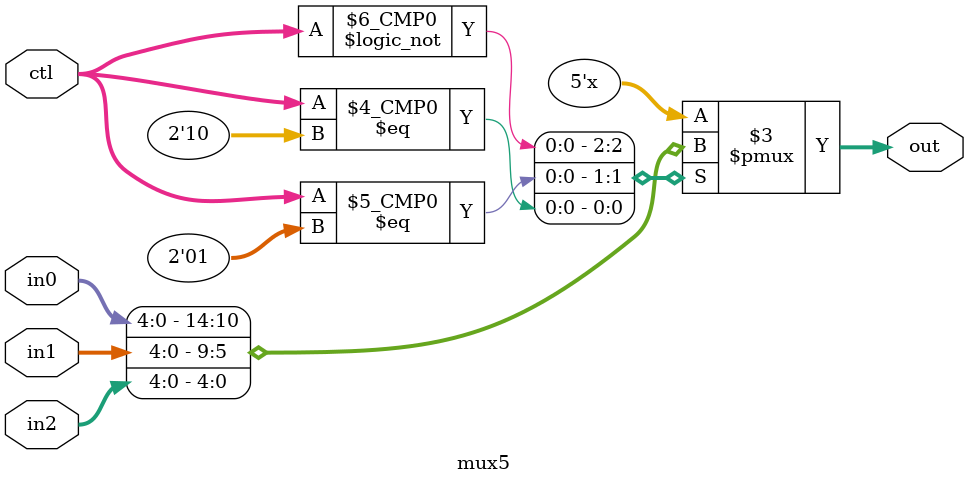
<source format=v>
`timescale 1ns / 1ps

//8chose 32bit
module mux32in8(
						input [2:0]ctl,
						input [31:0] in0,	
						input [31:0] in1, 	
						input [31:0] in2,	
						input [31:0] in3,
						input [31:0] in4,	
						input [31:0] in5,
						input [31:0] in6,	
						input [31:0] in7,
						output reg [31:0] out
					);
   always @(*)
		begin
			case(ctl)
			3'b000:	out = in0;
			3'b001:	out = in1;
			3'b010:	out = in2;
			3'b011:	out = in3;
			3'b100:	out = in4;
			3'b101:	out = in5;
			3'b110:	out = in6;
			3'b111:	out = in7;
			endcase
		end
endmodule


//4chose 32bit
module mux32in4(
						input [1:0]ctl,
						input [31:0] in0,	
						input [31:0] in1, 	
						input [31:0] in2,	
						input [31:0] in3,		
						output reg [31:0] out
					);
   always @(*)
		begin
			case(ctl)
			2'b00:	out = in0;
			2'b01:	out = in1;
			2'b10:	out = in2;
			2'b11:	out = in3;
			endcase
		end
endmodule

module mux32in2(
						input ctl,
						input [31:0] in0,	
						input [31:0] in1, 	
						output reg [31:0] out
					);
   always @(*)
		begin
			case(ctl)
			0:	out = in0;
			1:	out = in1;
			endcase
		end
endmodule


//3ѡ1 5bit
module mux5	(
						input [1:0] ctl,
					
						input [4:0] in0,
						input [4:0] in1,
						input [4:0] in2,
						
						output reg [4:0] out
					);
	 always @(*)
		begin
			case(ctl)
			2'b00:	out = in0;
			2'b01:	out = in1;
			2'b10:	out = in2;
			endcase
		end
endmodule

</source>
